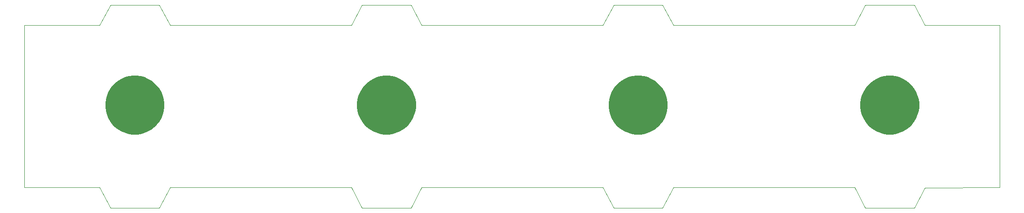
<source format=gbr>
G04*
G04 #@! TF.GenerationSoftware,Altium Limited,Altium Designer,24.10.1 (45)*
G04*
G04 Layer_Color=0*
%FSLAX25Y25*%
%MOIN*%
G70*
G04*
G04 #@! TF.SameCoordinates,FEB186AE-86F8-48D3-B7AD-D45B87300DC1*
G04*
G04*
G04 #@! TF.FilePolarity,Positive*
G04*
G01*
G75*
%ADD47C,0.00100*%
G36*
X430715Y44890D02*
X431708Y43897D01*
X433937Y42186D01*
X436371Y40782D01*
X438967Y39706D01*
X441681Y38979D01*
X444467Y38612D01*
X447277D01*
X450063Y38979D01*
X452777Y39706D01*
X455373Y40782D01*
X457807Y42186D01*
X460036Y43897D01*
X461030Y44890D01*
X461030D01*
X462023Y45884D01*
X463734Y48113D01*
X465139Y50547D01*
X466214Y53143D01*
X466941Y55857D01*
X467308Y58643D01*
X467308Y61453D01*
X466941Y64239D01*
X466214Y66953D01*
X465138Y69549D01*
X463733Y71983D01*
X462023Y74212D01*
X461029Y75205D01*
X461030Y75205D01*
X460036Y76199D01*
X457807Y77909D01*
X455373Y79315D01*
X452777Y80390D01*
X450063Y81117D01*
X447277Y81484D01*
X444467Y81484D01*
X441681Y81117D01*
X438967Y80390D01*
X436371Y79315D01*
X433937Y77909D01*
X431708Y76199D01*
X430715Y75205D01*
Y75205D01*
X429721Y74212D01*
X428011Y71983D01*
X426606Y69549D01*
X425530Y66953D01*
X424803Y64239D01*
X424436Y61453D01*
X424436Y58643D01*
X424803Y55857D01*
X425530Y53143D01*
X426606Y50547D01*
X428011Y48113D01*
X429721Y45884D01*
X430715Y44890D01*
X430715D01*
D02*
G37*
G36*
X247881D02*
X248875Y43897D01*
X251104Y42186D01*
X253538Y40782D01*
X256134Y39706D01*
X258848Y38979D01*
X261634Y38612D01*
X264444D01*
X267230Y38979D01*
X269944Y39706D01*
X272540Y40782D01*
X274974Y42186D01*
X277203Y43897D01*
X278196Y44890D01*
X278196D01*
X279190Y45884D01*
X280900Y48113D01*
X282305Y50547D01*
X283381Y53143D01*
X284108Y55857D01*
X284474Y58643D01*
X284474Y61453D01*
X284108Y64239D01*
X283380Y66953D01*
X282305Y69549D01*
X280900Y71983D01*
X279189Y74212D01*
X278196Y75205D01*
X278196Y75205D01*
X277203Y76199D01*
X274974Y77909D01*
X272540Y79315D01*
X269944Y80390D01*
X267230Y81117D01*
X264444Y81484D01*
X261634Y81484D01*
X258848Y81117D01*
X256134Y80390D01*
X253538Y79315D01*
X251104Y77909D01*
X248875Y76199D01*
X247881Y75205D01*
Y75205D01*
X246888Y74212D01*
X245177Y71983D01*
X243772Y69549D01*
X242697Y66953D01*
X241970Y64239D01*
X241603Y61453D01*
X241603Y58643D01*
X241970Y55857D01*
X242697Y53143D01*
X243772Y50547D01*
X245177Y48113D01*
X246888Y45884D01*
X247881Y44890D01*
X247881D01*
D02*
G37*
G36*
X65048D02*
X66041Y43897D01*
X68271Y42186D01*
X70704Y40782D01*
X73300Y39706D01*
X76015Y38979D01*
X78800Y38612D01*
X81611D01*
X84396Y38979D01*
X87111Y39706D01*
X89707Y40782D01*
X92140Y42186D01*
X94369Y43897D01*
X95363Y44890D01*
X95363D01*
X96356Y45884D01*
X98067Y48113D01*
X99472Y50547D01*
X100547Y53143D01*
X101275Y55857D01*
X101641Y58643D01*
X101641Y61453D01*
X101274Y64239D01*
X100547Y66953D01*
X99472Y69549D01*
X98067Y71983D01*
X96356Y74212D01*
X95363Y75205D01*
X95363Y75205D01*
X94370Y76199D01*
X92140Y77909D01*
X89707Y79315D01*
X87111Y80390D01*
X84396Y81117D01*
X81611Y81484D01*
X78800Y81484D01*
X76015Y81117D01*
X73300Y80390D01*
X70704Y79315D01*
X68271Y77909D01*
X66041Y76199D01*
X65048Y75205D01*
Y75205D01*
X64055Y74212D01*
X62344Y71983D01*
X60939Y69549D01*
X59864Y66953D01*
X59136Y64239D01*
X58770Y61453D01*
X58770Y58643D01*
X59136Y55857D01*
X59864Y53143D01*
X60939Y50547D01*
X62344Y48113D01*
X64055Y45884D01*
X65048Y44890D01*
X65048D01*
D02*
G37*
G36*
X613548D02*
X614541Y43897D01*
X616771Y42186D01*
X619204Y40782D01*
X621800Y39706D01*
X624514Y38979D01*
X627301Y38612D01*
X630110D01*
X632896Y38979D01*
X635611Y39706D01*
X638207Y40782D01*
X640640Y42186D01*
X642869Y43897D01*
X643863Y44890D01*
X643863D01*
X644856Y45884D01*
X646567Y48113D01*
X647972Y50547D01*
X649047Y53143D01*
X649774Y55857D01*
X650141Y58643D01*
X650141Y61453D01*
X649774Y64239D01*
X649047Y66953D01*
X647972Y69549D01*
X646567Y71983D01*
X644856Y74212D01*
X643863Y75205D01*
X643863Y75205D01*
X642870Y76199D01*
X640640Y77909D01*
X638207Y79315D01*
X635611Y80390D01*
X632896Y81117D01*
X630111Y81484D01*
X627301Y81484D01*
X624515Y81117D01*
X621800Y80390D01*
X619204Y79315D01*
X616771Y77909D01*
X614541Y76199D01*
X613548Y75205D01*
Y75205D01*
X612555Y74212D01*
X610844Y71983D01*
X609439Y69549D01*
X608364Y66953D01*
X607636Y64239D01*
X607270Y61453D01*
X607270Y58643D01*
X607636Y55857D01*
X608364Y53143D01*
X609439Y50547D01*
X610844Y48113D01*
X612555Y45884D01*
X613548Y44890D01*
X613548D01*
D02*
G37*
D47*
X603114Y0D02*
X610988Y-14756D01*
X646421D01*
X654295Y-32D01*
X708661Y0D01*
Y118110D01*
X654295D01*
X646421Y132882D01*
X610988D01*
X603114Y118110D01*
X471465D01*
X463591Y132882D01*
X428158D01*
X420284Y118110D01*
X288630D01*
X280756Y132882D01*
X245323D01*
X237449Y118110D01*
X105795D01*
X97921Y132882D01*
X62488D01*
X54614Y118110D01*
X0D01*
Y0D01*
X54614D01*
X62488Y-14756D01*
X97921D01*
X105795Y0D01*
X237449D01*
X245323Y-14756D01*
X280756D01*
X288630Y-0D01*
X420284D01*
X428158Y-14756D01*
X463591D01*
X471465Y-0D01*
X603114Y0D01*
M02*

</source>
